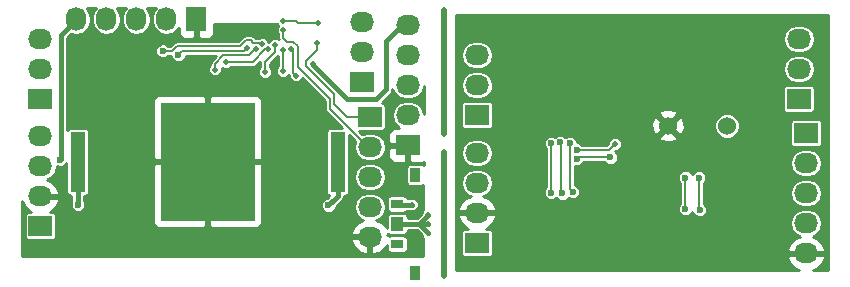
<source format=gbr>
G04 #@! TF.FileFunction,Copper,L2,Bot,Signal*
%FSLAX46Y46*%
G04 Gerber Fmt 4.6, Leading zero omitted, Abs format (unit mm)*
G04 Created by KiCad (PCBNEW 4.0.2+dfsg1-stable) date Fri 06 Oct 2017 12:43:40 PM EEST*
%MOMM*%
G01*
G04 APERTURE LIST*
%ADD10C,0.100000*%
%ADD11C,1.524000*%
%ADD12R,2.032000X1.727200*%
%ADD13O,2.032000X1.727200*%
%ADD14R,1.727200X2.032000*%
%ADD15O,1.727200X2.032000*%
%ADD16O,0.500000X11.000000*%
%ADD17R,1.270000X5.080000*%
%ADD18R,8.000000X10.000000*%
%ADD19R,1.100000X0.800000*%
%ADD20R,1.100000X1.200000*%
%ADD21R,0.900000X1.200000*%
%ADD22C,0.500000*%
%ADD23C,0.600000*%
%ADD24C,0.400000*%
%ADD25C,0.200000*%
%ADD26C,0.254000*%
G04 APERTURE END LIST*
D10*
D11*
X146725000Y-67310000D03*
X151725000Y-67310000D03*
D12*
X93599000Y-65024000D03*
D13*
X93599000Y-62484000D03*
X93599000Y-59944000D03*
D12*
X93599000Y-75819000D03*
D13*
X93599000Y-73279000D03*
X93599000Y-70739000D03*
X93599000Y-68199000D03*
D14*
X106807000Y-58293000D03*
D15*
X104267000Y-58293000D03*
X101727000Y-58293000D03*
X99187000Y-58293000D03*
X96647000Y-58293000D03*
D12*
X124714000Y-68961000D03*
D13*
X124714000Y-66421000D03*
X124714000Y-63881000D03*
X124714000Y-61341000D03*
X124714000Y-58801000D03*
D12*
X120840500Y-63627000D03*
D13*
X120840500Y-61087000D03*
X120840500Y-58547000D03*
D12*
X157797500Y-65024000D03*
D13*
X157797500Y-62484000D03*
X157797500Y-59944000D03*
D12*
X130556000Y-66421000D03*
D13*
X130556000Y-63881000D03*
X130556000Y-61341000D03*
D12*
X130556000Y-77216000D03*
D13*
X130556000Y-74676000D03*
X130556000Y-72136000D03*
X130556000Y-69596000D03*
D12*
X121475500Y-66548000D03*
D13*
X121475500Y-69088000D03*
X121475500Y-71628000D03*
X121475500Y-74168000D03*
X121475500Y-76708000D03*
D12*
X158432500Y-67945000D03*
D13*
X158432500Y-70485000D03*
X158432500Y-73025000D03*
X158432500Y-75565000D03*
X158432500Y-78105000D03*
D16*
X127762000Y-62738000D03*
X127762000Y-74803000D03*
D17*
X118757700Y-70358000D03*
X96761300Y-70358000D03*
D18*
X107759500Y-70358000D03*
D19*
X123799000Y-73928500D03*
D20*
X123799000Y-75628500D03*
D21*
X125349000Y-71478500D03*
X125349000Y-79778500D03*
D19*
X123799000Y-77328500D03*
D22*
X114681000Y-63627000D03*
X115506500Y-64325500D03*
X113496000Y-66844000D03*
X112627500Y-66971000D03*
D23*
X109664500Y-76581000D03*
D22*
X112966500Y-58991500D03*
X107696000Y-62357000D03*
X142240000Y-68834000D03*
D23*
X139001500Y-69342000D03*
X139001500Y-70104000D03*
X141859000Y-69977000D03*
X96774000Y-73977500D03*
X117983000Y-74041000D03*
D22*
X125095000Y-73977500D03*
X113474500Y-60452000D03*
X112585500Y-62738000D03*
D23*
X95250000Y-70167500D03*
D22*
X126428500Y-76390500D03*
X126428500Y-74866500D03*
X126428500Y-75628500D03*
X116649500Y-62039500D03*
X109283500Y-61912500D03*
X112903000Y-60833000D03*
D23*
X136842500Y-72961500D03*
X136842500Y-68770500D03*
X137604500Y-68707000D03*
X137795000Y-73024996D03*
X138684000Y-72898000D03*
X138429998Y-68770500D03*
D22*
X117094000Y-58610500D03*
X114173000Y-58420000D03*
D23*
X105283000Y-61277500D03*
D22*
X111125000Y-60706000D03*
D23*
X103949500Y-60960000D03*
D22*
X112331500Y-60388500D03*
X115252500Y-63055500D03*
X114808000Y-60769500D03*
X114109500Y-60896500D03*
X114109500Y-62674500D03*
X114173000Y-59182000D03*
X117030500Y-60325000D03*
D23*
X149415500Y-74422000D03*
X149352000Y-71691500D03*
X148209000Y-74358500D03*
X148209000Y-71691500D03*
D22*
X142684500Y-69532500D03*
D23*
X143446500Y-64643000D03*
X146494500Y-70358000D03*
X142621000Y-72517000D03*
D22*
X108394500Y-62547500D03*
X111823500Y-60833000D03*
D24*
X115506500Y-64325500D02*
X114808000Y-63627000D01*
X114808000Y-63627000D02*
X114681000Y-63627000D01*
X113496000Y-66844000D02*
X112754500Y-66844000D01*
X112754500Y-66844000D02*
X112627500Y-66971000D01*
X112627500Y-66971000D02*
X113369000Y-66971000D01*
X113369000Y-66971000D02*
X113411000Y-66929000D01*
D25*
X142240000Y-68834000D02*
X141732000Y-69342000D01*
X141732000Y-69342000D02*
X139425764Y-69342000D01*
X139425764Y-69342000D02*
X139001500Y-69342000D01*
X139128500Y-69977000D02*
X139001500Y-70104000D01*
X141859000Y-69977000D02*
X139128500Y-69977000D01*
D24*
X118757700Y-73266300D02*
X118757700Y-70358000D01*
X96774000Y-73977500D02*
X96736445Y-73939945D01*
X96736445Y-73939945D02*
X96736445Y-68694845D01*
X118757700Y-73266300D02*
X117983000Y-74041000D01*
X117983000Y-74041000D02*
X118554500Y-73469500D01*
X125095000Y-73977500D02*
X123848000Y-73977500D01*
X123848000Y-73977500D02*
X123799000Y-73928500D01*
D25*
X113474500Y-60452000D02*
X113474500Y-61023500D01*
X113474500Y-61023500D02*
X112585500Y-61912500D01*
X112585500Y-61912500D02*
X112585500Y-62738000D01*
D24*
X124714000Y-58801000D02*
X124206000Y-58801000D01*
X124206000Y-58801000D02*
X122872848Y-60134152D01*
X122872848Y-60134152D02*
X122872848Y-64216746D01*
X122872848Y-64216746D02*
X122047610Y-65041984D01*
X116649500Y-62139158D02*
X116649500Y-62039500D01*
X122047610Y-65041984D02*
X119552326Y-65041984D01*
X119552326Y-65041984D02*
X116649500Y-62139158D01*
X95250000Y-70167500D02*
X95313500Y-70104000D01*
X95313500Y-70104000D02*
X95313500Y-59626500D01*
X95313500Y-59626500D02*
X96647000Y-58293000D01*
X125666500Y-75628500D02*
X126428500Y-76390500D01*
X125603000Y-75628500D02*
X126428500Y-75628500D01*
X123799000Y-75628500D02*
X125603000Y-75628500D01*
X125603000Y-75628500D02*
X125666500Y-75628500D01*
X125666500Y-75628500D02*
X126428500Y-74866500D01*
X124714000Y-58801000D02*
X124561600Y-58801000D01*
D25*
X109283500Y-61912500D02*
X111569500Y-61912500D01*
X111569500Y-61912500D02*
X112649000Y-60833000D01*
X112649000Y-60833000D02*
X112903000Y-60833000D01*
X136842500Y-68770500D02*
X136842500Y-72961500D01*
X137604500Y-68707000D02*
X137667996Y-68770496D01*
X137667996Y-68770496D02*
X137667996Y-72897992D01*
X137667996Y-72897992D02*
X137795000Y-73024996D01*
X138684000Y-72898000D02*
X138429998Y-72643998D01*
X138429998Y-72643998D02*
X138429998Y-68770500D01*
X117094000Y-58610500D02*
X115443000Y-58610500D01*
X115443000Y-58610500D02*
X115252500Y-58420000D01*
X115252500Y-58420000D02*
X114173000Y-58420000D01*
X105283000Y-61277500D02*
X105600500Y-60960000D01*
X105600500Y-60960000D02*
X110871000Y-60960000D01*
X110871000Y-60960000D02*
X111125000Y-60706000D01*
X103949500Y-60960000D02*
X104775000Y-60960000D01*
X104775000Y-60960000D02*
X105156000Y-60579000D01*
X111442500Y-60071000D02*
X111633000Y-60261500D01*
X105156000Y-60579000D02*
X110490000Y-60579000D01*
X110490000Y-60579000D02*
X110998000Y-60071000D01*
X112204500Y-60261500D02*
X112331500Y-60388500D01*
X110998000Y-60071000D02*
X111442500Y-60071000D01*
X111633000Y-60261500D02*
X112204500Y-60261500D01*
X115252500Y-63055500D02*
X114998500Y-62801500D01*
X114998500Y-62801500D02*
X114998500Y-60960000D01*
X114998500Y-60960000D02*
X114808000Y-60769500D01*
X114109500Y-60896500D02*
X114109500Y-62674500D01*
X114173000Y-59182000D02*
X114173000Y-59880500D01*
X114173000Y-59880500D02*
X114490500Y-60198000D01*
X114490500Y-60198000D02*
X114998500Y-60198000D01*
X114998500Y-60198000D02*
X115379500Y-60579000D01*
X115379500Y-60579000D02*
X115379500Y-62293500D01*
X115379500Y-62293500D02*
X118110000Y-65024000D01*
X118110000Y-65024000D02*
X118110000Y-65874900D01*
X118110000Y-65874900D02*
X121323100Y-69088000D01*
X121323100Y-69088000D02*
X121475500Y-69088000D01*
X117030500Y-60325000D02*
X117030500Y-60896500D01*
X117030500Y-60896500D02*
X116078000Y-61849000D01*
X116078000Y-61849000D02*
X116078000Y-62230000D01*
X116078000Y-62230000D02*
X118491000Y-64643000D01*
X118491000Y-64643000D02*
X118491000Y-65468500D01*
X118491000Y-65468500D02*
X119570500Y-66548000D01*
X119570500Y-66548000D02*
X121475500Y-66548000D01*
X117030500Y-60325000D02*
X117030500Y-60325008D01*
X117030500Y-60325008D02*
X116967008Y-60388500D01*
X149352000Y-71691500D02*
X149352000Y-74358500D01*
X149352000Y-74358500D02*
X149415500Y-74422000D01*
X148209000Y-71691500D02*
X148209000Y-74358500D01*
X108394500Y-62547500D02*
X108394500Y-62039500D01*
X108394500Y-62039500D02*
X109093000Y-61341000D01*
X109093000Y-61341000D02*
X111252000Y-61341000D01*
X111252000Y-61341000D02*
X111760000Y-60833000D01*
X111760000Y-60833000D02*
X111823500Y-60833000D01*
D26*
G36*
X98087029Y-57658666D02*
X97996400Y-58114289D01*
X97996400Y-58471711D01*
X98087029Y-58927334D01*
X98345119Y-59313592D01*
X98731377Y-59571682D01*
X99187000Y-59662311D01*
X99642623Y-59571682D01*
X100028881Y-59313592D01*
X100286971Y-58927334D01*
X100377600Y-58471711D01*
X100377600Y-58114289D01*
X100286971Y-57658666D01*
X100074379Y-57340500D01*
X100839621Y-57340500D01*
X100627029Y-57658666D01*
X100536400Y-58114289D01*
X100536400Y-58471711D01*
X100627029Y-58927334D01*
X100885119Y-59313592D01*
X101271377Y-59571682D01*
X101727000Y-59662311D01*
X102182623Y-59571682D01*
X102568881Y-59313592D01*
X102826971Y-58927334D01*
X102917600Y-58471711D01*
X102917600Y-58114289D01*
X102826971Y-57658666D01*
X102614379Y-57340500D01*
X103379621Y-57340500D01*
X103167029Y-57658666D01*
X103076400Y-58114289D01*
X103076400Y-58471711D01*
X103167029Y-58927334D01*
X103425119Y-59313592D01*
X103811377Y-59571682D01*
X104267000Y-59662311D01*
X104722623Y-59571682D01*
X105108881Y-59313592D01*
X105308400Y-59014991D01*
X105308400Y-59435310D01*
X105405073Y-59668699D01*
X105583702Y-59847327D01*
X105817091Y-59944000D01*
X106521250Y-59944000D01*
X106680000Y-59785250D01*
X106680000Y-58420000D01*
X106660000Y-58420000D01*
X106660000Y-58166000D01*
X106680000Y-58166000D01*
X106680000Y-58146000D01*
X106934000Y-58146000D01*
X106934000Y-58166000D01*
X106954000Y-58166000D01*
X106954000Y-58420000D01*
X106934000Y-58420000D01*
X106934000Y-59785250D01*
X107092750Y-59944000D01*
X107796909Y-59944000D01*
X108030298Y-59847327D01*
X108208927Y-59668699D01*
X108305600Y-59435310D01*
X108305600Y-58674000D01*
X113653636Y-58674000D01*
X113683558Y-58746417D01*
X113737999Y-58800953D01*
X113684129Y-58854729D01*
X113596100Y-59066724D01*
X113595900Y-59296269D01*
X113683558Y-59508417D01*
X113746000Y-59570968D01*
X113746000Y-59880495D01*
X113745999Y-59880500D01*
X113758894Y-59945325D01*
X113589776Y-59875100D01*
X113360231Y-59874900D01*
X113148083Y-59962558D01*
X112985629Y-60124729D01*
X112931110Y-60256024D01*
X112901066Y-60255998D01*
X112820942Y-60062083D01*
X112658771Y-59899629D01*
X112446776Y-59811600D01*
X112217231Y-59811400D01*
X112161325Y-59834500D01*
X111809870Y-59834500D01*
X111744435Y-59769065D01*
X111605906Y-59676503D01*
X111442500Y-59643999D01*
X111442495Y-59644000D01*
X110998000Y-59644000D01*
X110834594Y-59676503D01*
X110696065Y-59769065D01*
X110696063Y-59769068D01*
X110313130Y-60152000D01*
X105156000Y-60152000D01*
X104992594Y-60184503D01*
X104854065Y-60277065D01*
X104854063Y-60277068D01*
X104598130Y-60533000D01*
X104409184Y-60533000D01*
X104305131Y-60428765D01*
X104074765Y-60333109D01*
X103825329Y-60332891D01*
X103594797Y-60428145D01*
X103418265Y-60604369D01*
X103322609Y-60834735D01*
X103322391Y-61084171D01*
X103417645Y-61314703D01*
X103593869Y-61491235D01*
X103824235Y-61586891D01*
X104073671Y-61587109D01*
X104304203Y-61491855D01*
X104409241Y-61387000D01*
X104655904Y-61387000D01*
X104655891Y-61401671D01*
X104751145Y-61632203D01*
X104927369Y-61808735D01*
X105157735Y-61904391D01*
X105407171Y-61904609D01*
X105637703Y-61809355D01*
X105814235Y-61633131D01*
X105909891Y-61402765D01*
X105909905Y-61387000D01*
X108443131Y-61387000D01*
X108092565Y-61737565D01*
X108000003Y-61876094D01*
X107967499Y-62039500D01*
X107967500Y-62039505D01*
X107967500Y-62158466D01*
X107905629Y-62220229D01*
X107817600Y-62432224D01*
X107817400Y-62661769D01*
X107905058Y-62873917D01*
X108067229Y-63036371D01*
X108279224Y-63124400D01*
X108508769Y-63124600D01*
X108720917Y-63036942D01*
X108883371Y-62874771D01*
X108971400Y-62662776D01*
X108971600Y-62433231D01*
X108958893Y-62402477D01*
X109168224Y-62489400D01*
X109397769Y-62489600D01*
X109609917Y-62401942D01*
X109672468Y-62339500D01*
X111569495Y-62339500D01*
X111569500Y-62339501D01*
X111732906Y-62306997D01*
X111871435Y-62214435D01*
X112158500Y-61927370D01*
X112158500Y-62348966D01*
X112096629Y-62410729D01*
X112008600Y-62622724D01*
X112008400Y-62852269D01*
X112096058Y-63064417D01*
X112258229Y-63226871D01*
X112470224Y-63314900D01*
X112699769Y-63315100D01*
X112911917Y-63227442D01*
X113074371Y-63065271D01*
X113162400Y-62853276D01*
X113162600Y-62623731D01*
X113074942Y-62411583D01*
X113012500Y-62349032D01*
X113012500Y-62089370D01*
X113682500Y-61419369D01*
X113682500Y-62285466D01*
X113620629Y-62347229D01*
X113532600Y-62559224D01*
X113532400Y-62788769D01*
X113620058Y-63000917D01*
X113782229Y-63163371D01*
X113994224Y-63251400D01*
X114223769Y-63251600D01*
X114435917Y-63163942D01*
X114598371Y-63001771D01*
X114609970Y-62973837D01*
X114675485Y-63071887D01*
X114675400Y-63169769D01*
X114763058Y-63381917D01*
X114925229Y-63544371D01*
X115137224Y-63632400D01*
X115366769Y-63632600D01*
X115578917Y-63544942D01*
X115741371Y-63382771D01*
X115777616Y-63295486D01*
X117683000Y-65200870D01*
X117683000Y-65874895D01*
X117682999Y-65874900D01*
X117715503Y-66038306D01*
X117808065Y-66176835D01*
X119115824Y-67484594D01*
X118122700Y-67484594D01*
X118001521Y-67507395D01*
X117890226Y-67579012D01*
X117815562Y-67688286D01*
X117789294Y-67818000D01*
X117789294Y-72898000D01*
X117812095Y-73019179D01*
X117883712Y-73130474D01*
X117992986Y-73205138D01*
X118060001Y-73218709D01*
X117864814Y-73413896D01*
X117858829Y-73413891D01*
X117628297Y-73509145D01*
X117451765Y-73685369D01*
X117356109Y-73915735D01*
X117355891Y-74165171D01*
X117451145Y-74395703D01*
X117627369Y-74572235D01*
X117857735Y-74667891D01*
X118107171Y-74668109D01*
X118337703Y-74572855D01*
X118514235Y-74396631D01*
X118609891Y-74166265D01*
X118609897Y-74159393D01*
X119130345Y-73638945D01*
X119244585Y-73467975D01*
X119272801Y-73326119D01*
X119284700Y-73266300D01*
X119284700Y-73231406D01*
X119392700Y-73231406D01*
X119513879Y-73208605D01*
X119625174Y-73136988D01*
X119699838Y-73027714D01*
X119726106Y-72898000D01*
X119726106Y-71628000D01*
X120106189Y-71628000D01*
X120196818Y-72083623D01*
X120454908Y-72469881D01*
X120841166Y-72727971D01*
X121296789Y-72818600D01*
X121654211Y-72818600D01*
X122109834Y-72727971D01*
X122496092Y-72469881D01*
X122754182Y-72083623D01*
X122844811Y-71628000D01*
X122754182Y-71172377D01*
X122496092Y-70786119D01*
X122109834Y-70528029D01*
X121654211Y-70437400D01*
X121296789Y-70437400D01*
X120841166Y-70528029D01*
X120454908Y-70786119D01*
X120196818Y-71172377D01*
X120106189Y-71628000D01*
X119726106Y-71628000D01*
X119726106Y-68094875D01*
X120223570Y-68592340D01*
X120196818Y-68632377D01*
X120106189Y-69088000D01*
X120196818Y-69543623D01*
X120454908Y-69929881D01*
X120841166Y-70187971D01*
X121296789Y-70278600D01*
X121654211Y-70278600D01*
X122109834Y-70187971D01*
X122496092Y-69929881D01*
X122754182Y-69543623D01*
X122813233Y-69246750D01*
X123063000Y-69246750D01*
X123063000Y-69950909D01*
X123159673Y-70184298D01*
X123338301Y-70362927D01*
X123571690Y-70459600D01*
X124428250Y-70459600D01*
X124587000Y-70300850D01*
X124587000Y-69088000D01*
X123221750Y-69088000D01*
X123063000Y-69246750D01*
X122813233Y-69246750D01*
X122844811Y-69088000D01*
X122754182Y-68632377D01*
X122496092Y-68246119D01*
X122109834Y-67988029D01*
X121654211Y-67897400D01*
X121296789Y-67897400D01*
X120841166Y-67988029D01*
X120832673Y-67993704D01*
X120583975Y-67745006D01*
X122491500Y-67745006D01*
X122612679Y-67722205D01*
X122723974Y-67650588D01*
X122798638Y-67541314D01*
X122824906Y-67411600D01*
X122824906Y-65684400D01*
X122802105Y-65563221D01*
X122730488Y-65451926D01*
X122621214Y-65377262D01*
X122491500Y-65350994D01*
X122483890Y-65350994D01*
X123245493Y-64589391D01*
X123359733Y-64418420D01*
X123399848Y-64216746D01*
X123399848Y-64158303D01*
X123435318Y-64336623D01*
X123693408Y-64722881D01*
X124079666Y-64980971D01*
X124535289Y-65071600D01*
X124892711Y-65071600D01*
X125348334Y-64980971D01*
X125734592Y-64722881D01*
X125992682Y-64336623D01*
X126076815Y-63913655D01*
X126061542Y-66311561D01*
X125992682Y-65965377D01*
X125734592Y-65579119D01*
X125348334Y-65321029D01*
X124892711Y-65230400D01*
X124535289Y-65230400D01*
X124079666Y-65321029D01*
X123693408Y-65579119D01*
X123435318Y-65965377D01*
X123344689Y-66421000D01*
X123435318Y-66876623D01*
X123693408Y-67262881D01*
X123992009Y-67462400D01*
X123571690Y-67462400D01*
X123338301Y-67559073D01*
X123159673Y-67737702D01*
X123063000Y-67971091D01*
X123063000Y-68675250D01*
X123221750Y-68834000D01*
X124587000Y-68834000D01*
X124587000Y-68814000D01*
X124841000Y-68814000D01*
X124841000Y-68834000D01*
X124861000Y-68834000D01*
X124861000Y-69088000D01*
X124841000Y-69088000D01*
X124841000Y-70300850D01*
X124999750Y-70459600D01*
X125856310Y-70459600D01*
X126035595Y-70385338D01*
X126033952Y-70643268D01*
X125928714Y-70571362D01*
X125799000Y-70545094D01*
X124899000Y-70545094D01*
X124777821Y-70567895D01*
X124666526Y-70639512D01*
X124591862Y-70748786D01*
X124565594Y-70878500D01*
X124565594Y-72078500D01*
X124588395Y-72199679D01*
X124660012Y-72310974D01*
X124769286Y-72385638D01*
X124899000Y-72411906D01*
X125799000Y-72411906D01*
X125920179Y-72389105D01*
X126023254Y-72322777D01*
X126009582Y-74469398D01*
X125939629Y-74539229D01*
X125889317Y-74660393D01*
X125448210Y-75101500D01*
X124682406Y-75101500D01*
X124682406Y-75028500D01*
X124659605Y-74907321D01*
X124587988Y-74796026D01*
X124478714Y-74721362D01*
X124349000Y-74695094D01*
X123249000Y-74695094D01*
X123127821Y-74717895D01*
X123016526Y-74789512D01*
X122941862Y-74898786D01*
X122915594Y-75028500D01*
X122915594Y-75991476D01*
X122826232Y-75805964D01*
X122389820Y-75416046D01*
X122018461Y-75286146D01*
X122109834Y-75267971D01*
X122496092Y-75009881D01*
X122754182Y-74623623D01*
X122844811Y-74168000D01*
X122754182Y-73712377D01*
X122631320Y-73528500D01*
X122915594Y-73528500D01*
X122915594Y-74328500D01*
X122938395Y-74449679D01*
X123010012Y-74560974D01*
X123119286Y-74635638D01*
X123249000Y-74661906D01*
X124349000Y-74661906D01*
X124470179Y-74639105D01*
X124581474Y-74567488D01*
X124624512Y-74504500D01*
X124859553Y-74504500D01*
X124979724Y-74554400D01*
X125209269Y-74554600D01*
X125421417Y-74466942D01*
X125583871Y-74304771D01*
X125671900Y-74092776D01*
X125672100Y-73863231D01*
X125584442Y-73651083D01*
X125422271Y-73488629D01*
X125210276Y-73400600D01*
X124980731Y-73400400D01*
X124859480Y-73450500D01*
X124667730Y-73450500D01*
X124659605Y-73407321D01*
X124587988Y-73296026D01*
X124478714Y-73221362D01*
X124349000Y-73195094D01*
X123249000Y-73195094D01*
X123127821Y-73217895D01*
X123016526Y-73289512D01*
X122941862Y-73398786D01*
X122915594Y-73528500D01*
X122631320Y-73528500D01*
X122496092Y-73326119D01*
X122109834Y-73068029D01*
X121654211Y-72977400D01*
X121296789Y-72977400D01*
X120841166Y-73068029D01*
X120454908Y-73326119D01*
X120196818Y-73712377D01*
X120106189Y-74168000D01*
X120196818Y-74623623D01*
X120454908Y-75009881D01*
X120841166Y-75267971D01*
X120932539Y-75286146D01*
X120561180Y-75416046D01*
X120124768Y-75805964D01*
X119870791Y-76333209D01*
X119868142Y-76348974D01*
X119989283Y-76581000D01*
X121348500Y-76581000D01*
X121348500Y-76561000D01*
X121602500Y-76561000D01*
X121602500Y-76581000D01*
X121622500Y-76581000D01*
X121622500Y-76835000D01*
X121602500Y-76835000D01*
X121602500Y-78048924D01*
X121837413Y-78193184D01*
X122389820Y-77999954D01*
X122826232Y-77610036D01*
X122915594Y-77424524D01*
X122915594Y-77728500D01*
X122938395Y-77849679D01*
X123010012Y-77960974D01*
X123119286Y-78035638D01*
X123249000Y-78061906D01*
X124349000Y-78061906D01*
X124470179Y-78039105D01*
X124581474Y-77967488D01*
X124656138Y-77858214D01*
X124682406Y-77728500D01*
X124682406Y-76928500D01*
X124659605Y-76807321D01*
X124587988Y-76696026D01*
X124478714Y-76621362D01*
X124349000Y-76595094D01*
X123249000Y-76595094D01*
X123127821Y-76617895D01*
X123126500Y-76618745D01*
X123126500Y-76580998D01*
X122961718Y-76580998D01*
X123020604Y-76468211D01*
X123119286Y-76535638D01*
X123249000Y-76561906D01*
X124349000Y-76561906D01*
X124470179Y-76539105D01*
X124581474Y-76467488D01*
X124656138Y-76358214D01*
X124682406Y-76228500D01*
X124682406Y-76155500D01*
X125448210Y-76155500D01*
X125889368Y-76596658D01*
X125939058Y-76716917D01*
X125994910Y-76772866D01*
X125984807Y-78359000D01*
X92011500Y-78359000D01*
X92011500Y-77067026D01*
X119868142Y-77067026D01*
X119870791Y-77082791D01*
X120124768Y-77610036D01*
X120561180Y-77999954D01*
X121113587Y-78193184D01*
X121348500Y-78048924D01*
X121348500Y-76835000D01*
X119989283Y-76835000D01*
X119868142Y-77067026D01*
X92011500Y-77067026D01*
X92011500Y-73689516D01*
X92248268Y-74181036D01*
X92684680Y-74570954D01*
X92830593Y-74621994D01*
X92583000Y-74621994D01*
X92461821Y-74644795D01*
X92350526Y-74716412D01*
X92275862Y-74825686D01*
X92249594Y-74955400D01*
X92249594Y-76682600D01*
X92272395Y-76803779D01*
X92344012Y-76915074D01*
X92453286Y-76989738D01*
X92583000Y-77016006D01*
X94615000Y-77016006D01*
X94736179Y-76993205D01*
X94847474Y-76921588D01*
X94922138Y-76812314D01*
X94948406Y-76682600D01*
X94948406Y-74955400D01*
X94925605Y-74834221D01*
X94853988Y-74722926D01*
X94744714Y-74648262D01*
X94615000Y-74621994D01*
X94367407Y-74621994D01*
X94513320Y-74570954D01*
X94949732Y-74181036D01*
X95203709Y-73653791D01*
X95206358Y-73638026D01*
X95085217Y-73406000D01*
X93726000Y-73406000D01*
X93726000Y-73426000D01*
X93472000Y-73426000D01*
X93472000Y-73406000D01*
X93452000Y-73406000D01*
X93452000Y-73152000D01*
X93472000Y-73152000D01*
X93472000Y-73132000D01*
X93726000Y-73132000D01*
X93726000Y-73152000D01*
X95085217Y-73152000D01*
X95206358Y-72919974D01*
X95203709Y-72904209D01*
X94949732Y-72376964D01*
X94513320Y-71987046D01*
X94141961Y-71857146D01*
X94233334Y-71838971D01*
X94619592Y-71580881D01*
X94877682Y-71194623D01*
X94968311Y-70739000D01*
X94966238Y-70728577D01*
X95124735Y-70794391D01*
X95374171Y-70794609D01*
X95604703Y-70699355D01*
X95781235Y-70523131D01*
X95792894Y-70495053D01*
X95792894Y-72898000D01*
X95815695Y-73019179D01*
X95887312Y-73130474D01*
X95996586Y-73205138D01*
X96126300Y-73231406D01*
X96209445Y-73231406D01*
X96209445Y-73702113D01*
X96147109Y-73852235D01*
X96146891Y-74101671D01*
X96242145Y-74332203D01*
X96418369Y-74508735D01*
X96648735Y-74604391D01*
X96898171Y-74604609D01*
X97128703Y-74509355D01*
X97305235Y-74333131D01*
X97400891Y-74102765D01*
X97401109Y-73853329D01*
X97305855Y-73622797D01*
X97263445Y-73580313D01*
X97263445Y-73231406D01*
X97396300Y-73231406D01*
X97517479Y-73208605D01*
X97628774Y-73136988D01*
X97703438Y-73027714D01*
X97729706Y-72898000D01*
X97729706Y-70643750D01*
X103124500Y-70643750D01*
X103124500Y-75484310D01*
X103221173Y-75717699D01*
X103399802Y-75896327D01*
X103633191Y-75993000D01*
X107473750Y-75993000D01*
X107632500Y-75834250D01*
X107632500Y-70485000D01*
X107886500Y-70485000D01*
X107886500Y-75834250D01*
X108045250Y-75993000D01*
X111885809Y-75993000D01*
X112119198Y-75896327D01*
X112297827Y-75717699D01*
X112394500Y-75484310D01*
X112394500Y-70643750D01*
X112235750Y-70485000D01*
X107886500Y-70485000D01*
X107632500Y-70485000D01*
X103283250Y-70485000D01*
X103124500Y-70643750D01*
X97729706Y-70643750D01*
X97729706Y-67818000D01*
X97706905Y-67696821D01*
X97635288Y-67585526D01*
X97526014Y-67510862D01*
X97396300Y-67484594D01*
X96126300Y-67484594D01*
X96005121Y-67507395D01*
X95893826Y-67579012D01*
X95840500Y-67657057D01*
X95840500Y-65231690D01*
X103124500Y-65231690D01*
X103124500Y-70072250D01*
X103283250Y-70231000D01*
X107632500Y-70231000D01*
X107632500Y-64881750D01*
X107886500Y-64881750D01*
X107886500Y-70231000D01*
X112235750Y-70231000D01*
X112394500Y-70072250D01*
X112394500Y-65231690D01*
X112297827Y-64998301D01*
X112119198Y-64819673D01*
X111885809Y-64723000D01*
X108045250Y-64723000D01*
X107886500Y-64881750D01*
X107632500Y-64881750D01*
X107473750Y-64723000D01*
X103633191Y-64723000D01*
X103399802Y-64819673D01*
X103221173Y-64998301D01*
X103124500Y-65231690D01*
X95840500Y-65231690D01*
X95840500Y-59844790D01*
X96144758Y-59540532D01*
X96191377Y-59571682D01*
X96647000Y-59662311D01*
X97102623Y-59571682D01*
X97488881Y-59313592D01*
X97746971Y-58927334D01*
X97837600Y-58471711D01*
X97837600Y-58114289D01*
X97746971Y-57658666D01*
X97534379Y-57340500D01*
X98299621Y-57340500D01*
X98087029Y-57658666D01*
X98087029Y-57658666D01*
G37*
X98087029Y-57658666D02*
X97996400Y-58114289D01*
X97996400Y-58471711D01*
X98087029Y-58927334D01*
X98345119Y-59313592D01*
X98731377Y-59571682D01*
X99187000Y-59662311D01*
X99642623Y-59571682D01*
X100028881Y-59313592D01*
X100286971Y-58927334D01*
X100377600Y-58471711D01*
X100377600Y-58114289D01*
X100286971Y-57658666D01*
X100074379Y-57340500D01*
X100839621Y-57340500D01*
X100627029Y-57658666D01*
X100536400Y-58114289D01*
X100536400Y-58471711D01*
X100627029Y-58927334D01*
X100885119Y-59313592D01*
X101271377Y-59571682D01*
X101727000Y-59662311D01*
X102182623Y-59571682D01*
X102568881Y-59313592D01*
X102826971Y-58927334D01*
X102917600Y-58471711D01*
X102917600Y-58114289D01*
X102826971Y-57658666D01*
X102614379Y-57340500D01*
X103379621Y-57340500D01*
X103167029Y-57658666D01*
X103076400Y-58114289D01*
X103076400Y-58471711D01*
X103167029Y-58927334D01*
X103425119Y-59313592D01*
X103811377Y-59571682D01*
X104267000Y-59662311D01*
X104722623Y-59571682D01*
X105108881Y-59313592D01*
X105308400Y-59014991D01*
X105308400Y-59435310D01*
X105405073Y-59668699D01*
X105583702Y-59847327D01*
X105817091Y-59944000D01*
X106521250Y-59944000D01*
X106680000Y-59785250D01*
X106680000Y-58420000D01*
X106660000Y-58420000D01*
X106660000Y-58166000D01*
X106680000Y-58166000D01*
X106680000Y-58146000D01*
X106934000Y-58146000D01*
X106934000Y-58166000D01*
X106954000Y-58166000D01*
X106954000Y-58420000D01*
X106934000Y-58420000D01*
X106934000Y-59785250D01*
X107092750Y-59944000D01*
X107796909Y-59944000D01*
X108030298Y-59847327D01*
X108208927Y-59668699D01*
X108305600Y-59435310D01*
X108305600Y-58674000D01*
X113653636Y-58674000D01*
X113683558Y-58746417D01*
X113737999Y-58800953D01*
X113684129Y-58854729D01*
X113596100Y-59066724D01*
X113595900Y-59296269D01*
X113683558Y-59508417D01*
X113746000Y-59570968D01*
X113746000Y-59880495D01*
X113745999Y-59880500D01*
X113758894Y-59945325D01*
X113589776Y-59875100D01*
X113360231Y-59874900D01*
X113148083Y-59962558D01*
X112985629Y-60124729D01*
X112931110Y-60256024D01*
X112901066Y-60255998D01*
X112820942Y-60062083D01*
X112658771Y-59899629D01*
X112446776Y-59811600D01*
X112217231Y-59811400D01*
X112161325Y-59834500D01*
X111809870Y-59834500D01*
X111744435Y-59769065D01*
X111605906Y-59676503D01*
X111442500Y-59643999D01*
X111442495Y-59644000D01*
X110998000Y-59644000D01*
X110834594Y-59676503D01*
X110696065Y-59769065D01*
X110696063Y-59769068D01*
X110313130Y-60152000D01*
X105156000Y-60152000D01*
X104992594Y-60184503D01*
X104854065Y-60277065D01*
X104854063Y-60277068D01*
X104598130Y-60533000D01*
X104409184Y-60533000D01*
X104305131Y-60428765D01*
X104074765Y-60333109D01*
X103825329Y-60332891D01*
X103594797Y-60428145D01*
X103418265Y-60604369D01*
X103322609Y-60834735D01*
X103322391Y-61084171D01*
X103417645Y-61314703D01*
X103593869Y-61491235D01*
X103824235Y-61586891D01*
X104073671Y-61587109D01*
X104304203Y-61491855D01*
X104409241Y-61387000D01*
X104655904Y-61387000D01*
X104655891Y-61401671D01*
X104751145Y-61632203D01*
X104927369Y-61808735D01*
X105157735Y-61904391D01*
X105407171Y-61904609D01*
X105637703Y-61809355D01*
X105814235Y-61633131D01*
X105909891Y-61402765D01*
X105909905Y-61387000D01*
X108443131Y-61387000D01*
X108092565Y-61737565D01*
X108000003Y-61876094D01*
X107967499Y-62039500D01*
X107967500Y-62039505D01*
X107967500Y-62158466D01*
X107905629Y-62220229D01*
X107817600Y-62432224D01*
X107817400Y-62661769D01*
X107905058Y-62873917D01*
X108067229Y-63036371D01*
X108279224Y-63124400D01*
X108508769Y-63124600D01*
X108720917Y-63036942D01*
X108883371Y-62874771D01*
X108971400Y-62662776D01*
X108971600Y-62433231D01*
X108958893Y-62402477D01*
X109168224Y-62489400D01*
X109397769Y-62489600D01*
X109609917Y-62401942D01*
X109672468Y-62339500D01*
X111569495Y-62339500D01*
X111569500Y-62339501D01*
X111732906Y-62306997D01*
X111871435Y-62214435D01*
X112158500Y-61927370D01*
X112158500Y-62348966D01*
X112096629Y-62410729D01*
X112008600Y-62622724D01*
X112008400Y-62852269D01*
X112096058Y-63064417D01*
X112258229Y-63226871D01*
X112470224Y-63314900D01*
X112699769Y-63315100D01*
X112911917Y-63227442D01*
X113074371Y-63065271D01*
X113162400Y-62853276D01*
X113162600Y-62623731D01*
X113074942Y-62411583D01*
X113012500Y-62349032D01*
X113012500Y-62089370D01*
X113682500Y-61419369D01*
X113682500Y-62285466D01*
X113620629Y-62347229D01*
X113532600Y-62559224D01*
X113532400Y-62788769D01*
X113620058Y-63000917D01*
X113782229Y-63163371D01*
X113994224Y-63251400D01*
X114223769Y-63251600D01*
X114435917Y-63163942D01*
X114598371Y-63001771D01*
X114609970Y-62973837D01*
X114675485Y-63071887D01*
X114675400Y-63169769D01*
X114763058Y-63381917D01*
X114925229Y-63544371D01*
X115137224Y-63632400D01*
X115366769Y-63632600D01*
X115578917Y-63544942D01*
X115741371Y-63382771D01*
X115777616Y-63295486D01*
X117683000Y-65200870D01*
X117683000Y-65874895D01*
X117682999Y-65874900D01*
X117715503Y-66038306D01*
X117808065Y-66176835D01*
X119115824Y-67484594D01*
X118122700Y-67484594D01*
X118001521Y-67507395D01*
X117890226Y-67579012D01*
X117815562Y-67688286D01*
X117789294Y-67818000D01*
X117789294Y-72898000D01*
X117812095Y-73019179D01*
X117883712Y-73130474D01*
X117992986Y-73205138D01*
X118060001Y-73218709D01*
X117864814Y-73413896D01*
X117858829Y-73413891D01*
X117628297Y-73509145D01*
X117451765Y-73685369D01*
X117356109Y-73915735D01*
X117355891Y-74165171D01*
X117451145Y-74395703D01*
X117627369Y-74572235D01*
X117857735Y-74667891D01*
X118107171Y-74668109D01*
X118337703Y-74572855D01*
X118514235Y-74396631D01*
X118609891Y-74166265D01*
X118609897Y-74159393D01*
X119130345Y-73638945D01*
X119244585Y-73467975D01*
X119272801Y-73326119D01*
X119284700Y-73266300D01*
X119284700Y-73231406D01*
X119392700Y-73231406D01*
X119513879Y-73208605D01*
X119625174Y-73136988D01*
X119699838Y-73027714D01*
X119726106Y-72898000D01*
X119726106Y-71628000D01*
X120106189Y-71628000D01*
X120196818Y-72083623D01*
X120454908Y-72469881D01*
X120841166Y-72727971D01*
X121296789Y-72818600D01*
X121654211Y-72818600D01*
X122109834Y-72727971D01*
X122496092Y-72469881D01*
X122754182Y-72083623D01*
X122844811Y-71628000D01*
X122754182Y-71172377D01*
X122496092Y-70786119D01*
X122109834Y-70528029D01*
X121654211Y-70437400D01*
X121296789Y-70437400D01*
X120841166Y-70528029D01*
X120454908Y-70786119D01*
X120196818Y-71172377D01*
X120106189Y-71628000D01*
X119726106Y-71628000D01*
X119726106Y-68094875D01*
X120223570Y-68592340D01*
X120196818Y-68632377D01*
X120106189Y-69088000D01*
X120196818Y-69543623D01*
X120454908Y-69929881D01*
X120841166Y-70187971D01*
X121296789Y-70278600D01*
X121654211Y-70278600D01*
X122109834Y-70187971D01*
X122496092Y-69929881D01*
X122754182Y-69543623D01*
X122813233Y-69246750D01*
X123063000Y-69246750D01*
X123063000Y-69950909D01*
X123159673Y-70184298D01*
X123338301Y-70362927D01*
X123571690Y-70459600D01*
X124428250Y-70459600D01*
X124587000Y-70300850D01*
X124587000Y-69088000D01*
X123221750Y-69088000D01*
X123063000Y-69246750D01*
X122813233Y-69246750D01*
X122844811Y-69088000D01*
X122754182Y-68632377D01*
X122496092Y-68246119D01*
X122109834Y-67988029D01*
X121654211Y-67897400D01*
X121296789Y-67897400D01*
X120841166Y-67988029D01*
X120832673Y-67993704D01*
X120583975Y-67745006D01*
X122491500Y-67745006D01*
X122612679Y-67722205D01*
X122723974Y-67650588D01*
X122798638Y-67541314D01*
X122824906Y-67411600D01*
X122824906Y-65684400D01*
X122802105Y-65563221D01*
X122730488Y-65451926D01*
X122621214Y-65377262D01*
X122491500Y-65350994D01*
X122483890Y-65350994D01*
X123245493Y-64589391D01*
X123359733Y-64418420D01*
X123399848Y-64216746D01*
X123399848Y-64158303D01*
X123435318Y-64336623D01*
X123693408Y-64722881D01*
X124079666Y-64980971D01*
X124535289Y-65071600D01*
X124892711Y-65071600D01*
X125348334Y-64980971D01*
X125734592Y-64722881D01*
X125992682Y-64336623D01*
X126076815Y-63913655D01*
X126061542Y-66311561D01*
X125992682Y-65965377D01*
X125734592Y-65579119D01*
X125348334Y-65321029D01*
X124892711Y-65230400D01*
X124535289Y-65230400D01*
X124079666Y-65321029D01*
X123693408Y-65579119D01*
X123435318Y-65965377D01*
X123344689Y-66421000D01*
X123435318Y-66876623D01*
X123693408Y-67262881D01*
X123992009Y-67462400D01*
X123571690Y-67462400D01*
X123338301Y-67559073D01*
X123159673Y-67737702D01*
X123063000Y-67971091D01*
X123063000Y-68675250D01*
X123221750Y-68834000D01*
X124587000Y-68834000D01*
X124587000Y-68814000D01*
X124841000Y-68814000D01*
X124841000Y-68834000D01*
X124861000Y-68834000D01*
X124861000Y-69088000D01*
X124841000Y-69088000D01*
X124841000Y-70300850D01*
X124999750Y-70459600D01*
X125856310Y-70459600D01*
X126035595Y-70385338D01*
X126033952Y-70643268D01*
X125928714Y-70571362D01*
X125799000Y-70545094D01*
X124899000Y-70545094D01*
X124777821Y-70567895D01*
X124666526Y-70639512D01*
X124591862Y-70748786D01*
X124565594Y-70878500D01*
X124565594Y-72078500D01*
X124588395Y-72199679D01*
X124660012Y-72310974D01*
X124769286Y-72385638D01*
X124899000Y-72411906D01*
X125799000Y-72411906D01*
X125920179Y-72389105D01*
X126023254Y-72322777D01*
X126009582Y-74469398D01*
X125939629Y-74539229D01*
X125889317Y-74660393D01*
X125448210Y-75101500D01*
X124682406Y-75101500D01*
X124682406Y-75028500D01*
X124659605Y-74907321D01*
X124587988Y-74796026D01*
X124478714Y-74721362D01*
X124349000Y-74695094D01*
X123249000Y-74695094D01*
X123127821Y-74717895D01*
X123016526Y-74789512D01*
X122941862Y-74898786D01*
X122915594Y-75028500D01*
X122915594Y-75991476D01*
X122826232Y-75805964D01*
X122389820Y-75416046D01*
X122018461Y-75286146D01*
X122109834Y-75267971D01*
X122496092Y-75009881D01*
X122754182Y-74623623D01*
X122844811Y-74168000D01*
X122754182Y-73712377D01*
X122631320Y-73528500D01*
X122915594Y-73528500D01*
X122915594Y-74328500D01*
X122938395Y-74449679D01*
X123010012Y-74560974D01*
X123119286Y-74635638D01*
X123249000Y-74661906D01*
X124349000Y-74661906D01*
X124470179Y-74639105D01*
X124581474Y-74567488D01*
X124624512Y-74504500D01*
X124859553Y-74504500D01*
X124979724Y-74554400D01*
X125209269Y-74554600D01*
X125421417Y-74466942D01*
X125583871Y-74304771D01*
X125671900Y-74092776D01*
X125672100Y-73863231D01*
X125584442Y-73651083D01*
X125422271Y-73488629D01*
X125210276Y-73400600D01*
X124980731Y-73400400D01*
X124859480Y-73450500D01*
X124667730Y-73450500D01*
X124659605Y-73407321D01*
X124587988Y-73296026D01*
X124478714Y-73221362D01*
X124349000Y-73195094D01*
X123249000Y-73195094D01*
X123127821Y-73217895D01*
X123016526Y-73289512D01*
X122941862Y-73398786D01*
X122915594Y-73528500D01*
X122631320Y-73528500D01*
X122496092Y-73326119D01*
X122109834Y-73068029D01*
X121654211Y-72977400D01*
X121296789Y-72977400D01*
X120841166Y-73068029D01*
X120454908Y-73326119D01*
X120196818Y-73712377D01*
X120106189Y-74168000D01*
X120196818Y-74623623D01*
X120454908Y-75009881D01*
X120841166Y-75267971D01*
X120932539Y-75286146D01*
X120561180Y-75416046D01*
X120124768Y-75805964D01*
X119870791Y-76333209D01*
X119868142Y-76348974D01*
X119989283Y-76581000D01*
X121348500Y-76581000D01*
X121348500Y-76561000D01*
X121602500Y-76561000D01*
X121602500Y-76581000D01*
X121622500Y-76581000D01*
X121622500Y-76835000D01*
X121602500Y-76835000D01*
X121602500Y-78048924D01*
X121837413Y-78193184D01*
X122389820Y-77999954D01*
X122826232Y-77610036D01*
X122915594Y-77424524D01*
X122915594Y-77728500D01*
X122938395Y-77849679D01*
X123010012Y-77960974D01*
X123119286Y-78035638D01*
X123249000Y-78061906D01*
X124349000Y-78061906D01*
X124470179Y-78039105D01*
X124581474Y-77967488D01*
X124656138Y-77858214D01*
X124682406Y-77728500D01*
X124682406Y-76928500D01*
X124659605Y-76807321D01*
X124587988Y-76696026D01*
X124478714Y-76621362D01*
X124349000Y-76595094D01*
X123249000Y-76595094D01*
X123127821Y-76617895D01*
X123126500Y-76618745D01*
X123126500Y-76580998D01*
X122961718Y-76580998D01*
X123020604Y-76468211D01*
X123119286Y-76535638D01*
X123249000Y-76561906D01*
X124349000Y-76561906D01*
X124470179Y-76539105D01*
X124581474Y-76467488D01*
X124656138Y-76358214D01*
X124682406Y-76228500D01*
X124682406Y-76155500D01*
X125448210Y-76155500D01*
X125889368Y-76596658D01*
X125939058Y-76716917D01*
X125994910Y-76772866D01*
X125984807Y-78359000D01*
X92011500Y-78359000D01*
X92011500Y-77067026D01*
X119868142Y-77067026D01*
X119870791Y-77082791D01*
X120124768Y-77610036D01*
X120561180Y-77999954D01*
X121113587Y-78193184D01*
X121348500Y-78048924D01*
X121348500Y-76835000D01*
X119989283Y-76835000D01*
X119868142Y-77067026D01*
X92011500Y-77067026D01*
X92011500Y-73689516D01*
X92248268Y-74181036D01*
X92684680Y-74570954D01*
X92830593Y-74621994D01*
X92583000Y-74621994D01*
X92461821Y-74644795D01*
X92350526Y-74716412D01*
X92275862Y-74825686D01*
X92249594Y-74955400D01*
X92249594Y-76682600D01*
X92272395Y-76803779D01*
X92344012Y-76915074D01*
X92453286Y-76989738D01*
X92583000Y-77016006D01*
X94615000Y-77016006D01*
X94736179Y-76993205D01*
X94847474Y-76921588D01*
X94922138Y-76812314D01*
X94948406Y-76682600D01*
X94948406Y-74955400D01*
X94925605Y-74834221D01*
X94853988Y-74722926D01*
X94744714Y-74648262D01*
X94615000Y-74621994D01*
X94367407Y-74621994D01*
X94513320Y-74570954D01*
X94949732Y-74181036D01*
X95203709Y-73653791D01*
X95206358Y-73638026D01*
X95085217Y-73406000D01*
X93726000Y-73406000D01*
X93726000Y-73426000D01*
X93472000Y-73426000D01*
X93472000Y-73406000D01*
X93452000Y-73406000D01*
X93452000Y-73152000D01*
X93472000Y-73152000D01*
X93472000Y-73132000D01*
X93726000Y-73132000D01*
X93726000Y-73152000D01*
X95085217Y-73152000D01*
X95206358Y-72919974D01*
X95203709Y-72904209D01*
X94949732Y-72376964D01*
X94513320Y-71987046D01*
X94141961Y-71857146D01*
X94233334Y-71838971D01*
X94619592Y-71580881D01*
X94877682Y-71194623D01*
X94968311Y-70739000D01*
X94966238Y-70728577D01*
X95124735Y-70794391D01*
X95374171Y-70794609D01*
X95604703Y-70699355D01*
X95781235Y-70523131D01*
X95792894Y-70495053D01*
X95792894Y-72898000D01*
X95815695Y-73019179D01*
X95887312Y-73130474D01*
X95996586Y-73205138D01*
X96126300Y-73231406D01*
X96209445Y-73231406D01*
X96209445Y-73702113D01*
X96147109Y-73852235D01*
X96146891Y-74101671D01*
X96242145Y-74332203D01*
X96418369Y-74508735D01*
X96648735Y-74604391D01*
X96898171Y-74604609D01*
X97128703Y-74509355D01*
X97305235Y-74333131D01*
X97400891Y-74102765D01*
X97401109Y-73853329D01*
X97305855Y-73622797D01*
X97263445Y-73580313D01*
X97263445Y-73231406D01*
X97396300Y-73231406D01*
X97517479Y-73208605D01*
X97628774Y-73136988D01*
X97703438Y-73027714D01*
X97729706Y-72898000D01*
X97729706Y-70643750D01*
X103124500Y-70643750D01*
X103124500Y-75484310D01*
X103221173Y-75717699D01*
X103399802Y-75896327D01*
X103633191Y-75993000D01*
X107473750Y-75993000D01*
X107632500Y-75834250D01*
X107632500Y-70485000D01*
X107886500Y-70485000D01*
X107886500Y-75834250D01*
X108045250Y-75993000D01*
X111885809Y-75993000D01*
X112119198Y-75896327D01*
X112297827Y-75717699D01*
X112394500Y-75484310D01*
X112394500Y-70643750D01*
X112235750Y-70485000D01*
X107886500Y-70485000D01*
X107632500Y-70485000D01*
X103283250Y-70485000D01*
X103124500Y-70643750D01*
X97729706Y-70643750D01*
X97729706Y-67818000D01*
X97706905Y-67696821D01*
X97635288Y-67585526D01*
X97526014Y-67510862D01*
X97396300Y-67484594D01*
X96126300Y-67484594D01*
X96005121Y-67507395D01*
X95893826Y-67579012D01*
X95840500Y-67657057D01*
X95840500Y-65231690D01*
X103124500Y-65231690D01*
X103124500Y-70072250D01*
X103283250Y-70231000D01*
X107632500Y-70231000D01*
X107632500Y-64881750D01*
X107886500Y-64881750D01*
X107886500Y-70231000D01*
X112235750Y-70231000D01*
X112394500Y-70072250D01*
X112394500Y-65231690D01*
X112297827Y-64998301D01*
X112119198Y-64819673D01*
X111885809Y-64723000D01*
X108045250Y-64723000D01*
X107886500Y-64881750D01*
X107632500Y-64881750D01*
X107473750Y-64723000D01*
X103633191Y-64723000D01*
X103399802Y-64819673D01*
X103221173Y-64998301D01*
X103124500Y-65231690D01*
X95840500Y-65231690D01*
X95840500Y-59844790D01*
X96144758Y-59540532D01*
X96191377Y-59571682D01*
X96647000Y-59662311D01*
X97102623Y-59571682D01*
X97488881Y-59313592D01*
X97746971Y-58927334D01*
X97837600Y-58471711D01*
X97837600Y-58114289D01*
X97746971Y-57658666D01*
X97534379Y-57340500D01*
X98299621Y-57340500D01*
X98087029Y-57658666D01*
G36*
X160274000Y-79502000D02*
X159046514Y-79502000D01*
X159346820Y-79396954D01*
X159783232Y-79007036D01*
X160037209Y-78479791D01*
X160039858Y-78464026D01*
X159918717Y-78232000D01*
X158559500Y-78232000D01*
X158559500Y-78252000D01*
X158305500Y-78252000D01*
X158305500Y-78232000D01*
X156946283Y-78232000D01*
X156825142Y-78464026D01*
X156827791Y-78479791D01*
X157081768Y-79007036D01*
X157518180Y-79396954D01*
X157818486Y-79502000D01*
X128778000Y-79502000D01*
X128778000Y-75035026D01*
X128948642Y-75035026D01*
X128951291Y-75050791D01*
X129205268Y-75578036D01*
X129641680Y-75967954D01*
X129787593Y-76018994D01*
X129540000Y-76018994D01*
X129418821Y-76041795D01*
X129307526Y-76113412D01*
X129232862Y-76222686D01*
X129206594Y-76352400D01*
X129206594Y-78079600D01*
X129229395Y-78200779D01*
X129301012Y-78312074D01*
X129410286Y-78386738D01*
X129540000Y-78413006D01*
X131572000Y-78413006D01*
X131693179Y-78390205D01*
X131804474Y-78318588D01*
X131879138Y-78209314D01*
X131905406Y-78079600D01*
X131905406Y-77745974D01*
X156825142Y-77745974D01*
X156946283Y-77978000D01*
X158305500Y-77978000D01*
X158305500Y-77958000D01*
X158559500Y-77958000D01*
X158559500Y-77978000D01*
X159918717Y-77978000D01*
X160039858Y-77745974D01*
X160037209Y-77730209D01*
X159783232Y-77202964D01*
X159346820Y-76813046D01*
X158975461Y-76683146D01*
X159066834Y-76664971D01*
X159453092Y-76406881D01*
X159711182Y-76020623D01*
X159801811Y-75565000D01*
X159711182Y-75109377D01*
X159453092Y-74723119D01*
X159066834Y-74465029D01*
X158611211Y-74374400D01*
X158253789Y-74374400D01*
X157798166Y-74465029D01*
X157411908Y-74723119D01*
X157153818Y-75109377D01*
X157063189Y-75565000D01*
X157153818Y-76020623D01*
X157411908Y-76406881D01*
X157798166Y-76664971D01*
X157889539Y-76683146D01*
X157518180Y-76813046D01*
X157081768Y-77202964D01*
X156827791Y-77730209D01*
X156825142Y-77745974D01*
X131905406Y-77745974D01*
X131905406Y-76352400D01*
X131882605Y-76231221D01*
X131810988Y-76119926D01*
X131701714Y-76045262D01*
X131572000Y-76018994D01*
X131324407Y-76018994D01*
X131470320Y-75967954D01*
X131906732Y-75578036D01*
X132160709Y-75050791D01*
X132163358Y-75035026D01*
X132042217Y-74803000D01*
X130683000Y-74803000D01*
X130683000Y-74823000D01*
X130429000Y-74823000D01*
X130429000Y-74803000D01*
X129069783Y-74803000D01*
X128948642Y-75035026D01*
X128778000Y-75035026D01*
X128778000Y-74316974D01*
X128948642Y-74316974D01*
X129069783Y-74549000D01*
X130429000Y-74549000D01*
X130429000Y-74529000D01*
X130683000Y-74529000D01*
X130683000Y-74549000D01*
X132042217Y-74549000D01*
X132163358Y-74316974D01*
X132160709Y-74301209D01*
X131906732Y-73773964D01*
X131470320Y-73384046D01*
X131098961Y-73254146D01*
X131190334Y-73235971D01*
X131576592Y-72977881D01*
X131834682Y-72591623D01*
X131925311Y-72136000D01*
X131834682Y-71680377D01*
X131576592Y-71294119D01*
X131190334Y-71036029D01*
X130734711Y-70945400D01*
X130377289Y-70945400D01*
X129921666Y-71036029D01*
X129535408Y-71294119D01*
X129277318Y-71680377D01*
X129186689Y-72136000D01*
X129277318Y-72591623D01*
X129535408Y-72977881D01*
X129921666Y-73235971D01*
X130013039Y-73254146D01*
X129641680Y-73384046D01*
X129205268Y-73773964D01*
X128951291Y-74301209D01*
X128948642Y-74316974D01*
X128778000Y-74316974D01*
X128778000Y-69596000D01*
X129186689Y-69596000D01*
X129277318Y-70051623D01*
X129535408Y-70437881D01*
X129921666Y-70695971D01*
X130377289Y-70786600D01*
X130734711Y-70786600D01*
X131190334Y-70695971D01*
X131576592Y-70437881D01*
X131834682Y-70051623D01*
X131925311Y-69596000D01*
X131834682Y-69140377D01*
X131670507Y-68894671D01*
X136215391Y-68894671D01*
X136310645Y-69125203D01*
X136415500Y-69230241D01*
X136415500Y-72501816D01*
X136311265Y-72605869D01*
X136215609Y-72836235D01*
X136215391Y-73085671D01*
X136310645Y-73316203D01*
X136486869Y-73492735D01*
X136717235Y-73588391D01*
X136966671Y-73588609D01*
X137197203Y-73493355D01*
X137287059Y-73403655D01*
X137439369Y-73556231D01*
X137669735Y-73651887D01*
X137919171Y-73652105D01*
X138149703Y-73556851D01*
X138303000Y-73403822D01*
X138328369Y-73429235D01*
X138558735Y-73524891D01*
X138808171Y-73525109D01*
X139038703Y-73429855D01*
X139215235Y-73253631D01*
X139310891Y-73023265D01*
X139311109Y-72773829D01*
X139215855Y-72543297D01*
X139039631Y-72366765D01*
X138856998Y-72290929D01*
X138856998Y-71815671D01*
X147581891Y-71815671D01*
X147677145Y-72046203D01*
X147782000Y-72151241D01*
X147782000Y-73898816D01*
X147677765Y-74002869D01*
X147582109Y-74233235D01*
X147581891Y-74482671D01*
X147677145Y-74713203D01*
X147853369Y-74889735D01*
X148083735Y-74985391D01*
X148333171Y-74985609D01*
X148563703Y-74890355D01*
X148740235Y-74714131D01*
X148799158Y-74572229D01*
X148883645Y-74776703D01*
X149059869Y-74953235D01*
X149290235Y-75048891D01*
X149539671Y-75049109D01*
X149770203Y-74953855D01*
X149946735Y-74777631D01*
X150042391Y-74547265D01*
X150042609Y-74297829D01*
X149947355Y-74067297D01*
X149779000Y-73898648D01*
X149779000Y-73025000D01*
X157063189Y-73025000D01*
X157153818Y-73480623D01*
X157411908Y-73866881D01*
X157798166Y-74124971D01*
X158253789Y-74215600D01*
X158611211Y-74215600D01*
X159066834Y-74124971D01*
X159453092Y-73866881D01*
X159711182Y-73480623D01*
X159801811Y-73025000D01*
X159711182Y-72569377D01*
X159453092Y-72183119D01*
X159066834Y-71925029D01*
X158611211Y-71834400D01*
X158253789Y-71834400D01*
X157798166Y-71925029D01*
X157411908Y-72183119D01*
X157153818Y-72569377D01*
X157063189Y-73025000D01*
X149779000Y-73025000D01*
X149779000Y-72151184D01*
X149883235Y-72047131D01*
X149978891Y-71816765D01*
X149979109Y-71567329D01*
X149883855Y-71336797D01*
X149707631Y-71160265D01*
X149477265Y-71064609D01*
X149227829Y-71064391D01*
X148997297Y-71159645D01*
X148820765Y-71335869D01*
X148780519Y-71432792D01*
X148740855Y-71336797D01*
X148564631Y-71160265D01*
X148334265Y-71064609D01*
X148084829Y-71064391D01*
X147854297Y-71159645D01*
X147677765Y-71335869D01*
X147582109Y-71566235D01*
X147581891Y-71815671D01*
X138856998Y-71815671D01*
X138856998Y-70722903D01*
X138876235Y-70730891D01*
X139125671Y-70731109D01*
X139356203Y-70635855D01*
X139532735Y-70459631D01*
X139555835Y-70404000D01*
X141399316Y-70404000D01*
X141503369Y-70508235D01*
X141733735Y-70603891D01*
X141983171Y-70604109D01*
X142213703Y-70508855D01*
X142237599Y-70485000D01*
X157063189Y-70485000D01*
X157153818Y-70940623D01*
X157411908Y-71326881D01*
X157798166Y-71584971D01*
X158253789Y-71675600D01*
X158611211Y-71675600D01*
X159066834Y-71584971D01*
X159453092Y-71326881D01*
X159711182Y-70940623D01*
X159801811Y-70485000D01*
X159711182Y-70029377D01*
X159453092Y-69643119D01*
X159066834Y-69385029D01*
X158611211Y-69294400D01*
X158253789Y-69294400D01*
X157798166Y-69385029D01*
X157411908Y-69643119D01*
X157153818Y-70029377D01*
X157063189Y-70485000D01*
X142237599Y-70485000D01*
X142390235Y-70332631D01*
X142485891Y-70102265D01*
X142486109Y-69852829D01*
X142390855Y-69622297D01*
X142223360Y-69454509D01*
X142266846Y-69411024D01*
X142354269Y-69411100D01*
X142566417Y-69323442D01*
X142728871Y-69161271D01*
X142816900Y-68949276D01*
X142817100Y-68719731D01*
X142729442Y-68507583D01*
X142567271Y-68345129D01*
X142435021Y-68290213D01*
X145924392Y-68290213D01*
X145993857Y-68532397D01*
X146517302Y-68719144D01*
X147072368Y-68691362D01*
X147456143Y-68532397D01*
X147525608Y-68290213D01*
X146725000Y-67489605D01*
X145924392Y-68290213D01*
X142435021Y-68290213D01*
X142355276Y-68257100D01*
X142125731Y-68256900D01*
X141913583Y-68344558D01*
X141751129Y-68506729D01*
X141663100Y-68718724D01*
X141663023Y-68807107D01*
X141555130Y-68915000D01*
X139461184Y-68915000D01*
X139357131Y-68810765D01*
X139126765Y-68715109D01*
X139057047Y-68715048D01*
X139057107Y-68646329D01*
X138961853Y-68415797D01*
X138785629Y-68239265D01*
X138555263Y-68143609D01*
X138305827Y-68143391D01*
X138075295Y-68238645D01*
X138049052Y-68264842D01*
X137960131Y-68175765D01*
X137729765Y-68080109D01*
X137480329Y-68079891D01*
X137249797Y-68175145D01*
X137189256Y-68235580D01*
X136967765Y-68143609D01*
X136718329Y-68143391D01*
X136487797Y-68238645D01*
X136311265Y-68414869D01*
X136215609Y-68645235D01*
X136215391Y-68894671D01*
X131670507Y-68894671D01*
X131576592Y-68754119D01*
X131190334Y-68496029D01*
X130734711Y-68405400D01*
X130377289Y-68405400D01*
X129921666Y-68496029D01*
X129535408Y-68754119D01*
X129277318Y-69140377D01*
X129186689Y-69596000D01*
X128778000Y-69596000D01*
X128778000Y-65557400D01*
X129206594Y-65557400D01*
X129206594Y-67284600D01*
X129229395Y-67405779D01*
X129301012Y-67517074D01*
X129410286Y-67591738D01*
X129540000Y-67618006D01*
X131572000Y-67618006D01*
X131693179Y-67595205D01*
X131804474Y-67523588D01*
X131879138Y-67414314D01*
X131905406Y-67284600D01*
X131905406Y-67102302D01*
X145315856Y-67102302D01*
X145343638Y-67657368D01*
X145502603Y-68041143D01*
X145744787Y-68110608D01*
X146545395Y-67310000D01*
X146904605Y-67310000D01*
X147705213Y-68110608D01*
X147947397Y-68041143D01*
X148131301Y-67525665D01*
X150635811Y-67525665D01*
X150801252Y-67926063D01*
X151107326Y-68232671D01*
X151507434Y-68398811D01*
X151940665Y-68399189D01*
X152341063Y-68233748D01*
X152647671Y-67927674D01*
X152813811Y-67527566D01*
X152814189Y-67094335D01*
X152808845Y-67081400D01*
X157083094Y-67081400D01*
X157083094Y-68808600D01*
X157105895Y-68929779D01*
X157177512Y-69041074D01*
X157286786Y-69115738D01*
X157416500Y-69142006D01*
X159448500Y-69142006D01*
X159569679Y-69119205D01*
X159680974Y-69047588D01*
X159755638Y-68938314D01*
X159781906Y-68808600D01*
X159781906Y-67081400D01*
X159759105Y-66960221D01*
X159687488Y-66848926D01*
X159578214Y-66774262D01*
X159448500Y-66747994D01*
X157416500Y-66747994D01*
X157295321Y-66770795D01*
X157184026Y-66842412D01*
X157109362Y-66951686D01*
X157083094Y-67081400D01*
X152808845Y-67081400D01*
X152648748Y-66693937D01*
X152342674Y-66387329D01*
X151942566Y-66221189D01*
X151509335Y-66220811D01*
X151108937Y-66386252D01*
X150802329Y-66692326D01*
X150636189Y-67092434D01*
X150635811Y-67525665D01*
X148131301Y-67525665D01*
X148134144Y-67517698D01*
X148106362Y-66962632D01*
X147947397Y-66578857D01*
X147705213Y-66509392D01*
X146904605Y-67310000D01*
X146545395Y-67310000D01*
X145744787Y-66509392D01*
X145502603Y-66578857D01*
X145315856Y-67102302D01*
X131905406Y-67102302D01*
X131905406Y-66329787D01*
X145924392Y-66329787D01*
X146725000Y-67130395D01*
X147525608Y-66329787D01*
X147456143Y-66087603D01*
X146932698Y-65900856D01*
X146377632Y-65928638D01*
X145993857Y-66087603D01*
X145924392Y-66329787D01*
X131905406Y-66329787D01*
X131905406Y-65557400D01*
X131882605Y-65436221D01*
X131810988Y-65324926D01*
X131701714Y-65250262D01*
X131572000Y-65223994D01*
X129540000Y-65223994D01*
X129418821Y-65246795D01*
X129307526Y-65318412D01*
X129232862Y-65427686D01*
X129206594Y-65557400D01*
X128778000Y-65557400D01*
X128778000Y-63881000D01*
X129186689Y-63881000D01*
X129277318Y-64336623D01*
X129535408Y-64722881D01*
X129921666Y-64980971D01*
X130377289Y-65071600D01*
X130734711Y-65071600D01*
X131190334Y-64980971D01*
X131576592Y-64722881D01*
X131834682Y-64336623D01*
X131869734Y-64160400D01*
X156448094Y-64160400D01*
X156448094Y-65887600D01*
X156470895Y-66008779D01*
X156542512Y-66120074D01*
X156651786Y-66194738D01*
X156781500Y-66221006D01*
X158813500Y-66221006D01*
X158934679Y-66198205D01*
X159045974Y-66126588D01*
X159120638Y-66017314D01*
X159146906Y-65887600D01*
X159146906Y-64160400D01*
X159124105Y-64039221D01*
X159052488Y-63927926D01*
X158943214Y-63853262D01*
X158813500Y-63826994D01*
X156781500Y-63826994D01*
X156660321Y-63849795D01*
X156549026Y-63921412D01*
X156474362Y-64030686D01*
X156448094Y-64160400D01*
X131869734Y-64160400D01*
X131925311Y-63881000D01*
X131834682Y-63425377D01*
X131576592Y-63039119D01*
X131190334Y-62781029D01*
X130734711Y-62690400D01*
X130377289Y-62690400D01*
X129921666Y-62781029D01*
X129535408Y-63039119D01*
X129277318Y-63425377D01*
X129186689Y-63881000D01*
X128778000Y-63881000D01*
X128778000Y-61341000D01*
X129186689Y-61341000D01*
X129277318Y-61796623D01*
X129535408Y-62182881D01*
X129921666Y-62440971D01*
X130377289Y-62531600D01*
X130734711Y-62531600D01*
X130974012Y-62484000D01*
X156428189Y-62484000D01*
X156518818Y-62939623D01*
X156776908Y-63325881D01*
X157163166Y-63583971D01*
X157618789Y-63674600D01*
X157976211Y-63674600D01*
X158431834Y-63583971D01*
X158818092Y-63325881D01*
X159076182Y-62939623D01*
X159166811Y-62484000D01*
X159076182Y-62028377D01*
X158818092Y-61642119D01*
X158431834Y-61384029D01*
X157976211Y-61293400D01*
X157618789Y-61293400D01*
X157163166Y-61384029D01*
X156776908Y-61642119D01*
X156518818Y-62028377D01*
X156428189Y-62484000D01*
X130974012Y-62484000D01*
X131190334Y-62440971D01*
X131576592Y-62182881D01*
X131834682Y-61796623D01*
X131925311Y-61341000D01*
X131834682Y-60885377D01*
X131576592Y-60499119D01*
X131190334Y-60241029D01*
X130734711Y-60150400D01*
X130377289Y-60150400D01*
X129921666Y-60241029D01*
X129535408Y-60499119D01*
X129277318Y-60885377D01*
X129186689Y-61341000D01*
X128778000Y-61341000D01*
X128778000Y-59944000D01*
X156428189Y-59944000D01*
X156518818Y-60399623D01*
X156776908Y-60785881D01*
X157163166Y-61043971D01*
X157618789Y-61134600D01*
X157976211Y-61134600D01*
X158431834Y-61043971D01*
X158818092Y-60785881D01*
X159076182Y-60399623D01*
X159166811Y-59944000D01*
X159076182Y-59488377D01*
X158818092Y-59102119D01*
X158431834Y-58844029D01*
X157976211Y-58753400D01*
X157618789Y-58753400D01*
X157163166Y-58844029D01*
X156776908Y-59102119D01*
X156518818Y-59488377D01*
X156428189Y-59944000D01*
X128778000Y-59944000D01*
X128778000Y-57912000D01*
X160274000Y-57912000D01*
X160274000Y-79502000D01*
X160274000Y-79502000D01*
G37*
X160274000Y-79502000D02*
X159046514Y-79502000D01*
X159346820Y-79396954D01*
X159783232Y-79007036D01*
X160037209Y-78479791D01*
X160039858Y-78464026D01*
X159918717Y-78232000D01*
X158559500Y-78232000D01*
X158559500Y-78252000D01*
X158305500Y-78252000D01*
X158305500Y-78232000D01*
X156946283Y-78232000D01*
X156825142Y-78464026D01*
X156827791Y-78479791D01*
X157081768Y-79007036D01*
X157518180Y-79396954D01*
X157818486Y-79502000D01*
X128778000Y-79502000D01*
X128778000Y-75035026D01*
X128948642Y-75035026D01*
X128951291Y-75050791D01*
X129205268Y-75578036D01*
X129641680Y-75967954D01*
X129787593Y-76018994D01*
X129540000Y-76018994D01*
X129418821Y-76041795D01*
X129307526Y-76113412D01*
X129232862Y-76222686D01*
X129206594Y-76352400D01*
X129206594Y-78079600D01*
X129229395Y-78200779D01*
X129301012Y-78312074D01*
X129410286Y-78386738D01*
X129540000Y-78413006D01*
X131572000Y-78413006D01*
X131693179Y-78390205D01*
X131804474Y-78318588D01*
X131879138Y-78209314D01*
X131905406Y-78079600D01*
X131905406Y-77745974D01*
X156825142Y-77745974D01*
X156946283Y-77978000D01*
X158305500Y-77978000D01*
X158305500Y-77958000D01*
X158559500Y-77958000D01*
X158559500Y-77978000D01*
X159918717Y-77978000D01*
X160039858Y-77745974D01*
X160037209Y-77730209D01*
X159783232Y-77202964D01*
X159346820Y-76813046D01*
X158975461Y-76683146D01*
X159066834Y-76664971D01*
X159453092Y-76406881D01*
X159711182Y-76020623D01*
X159801811Y-75565000D01*
X159711182Y-75109377D01*
X159453092Y-74723119D01*
X159066834Y-74465029D01*
X158611211Y-74374400D01*
X158253789Y-74374400D01*
X157798166Y-74465029D01*
X157411908Y-74723119D01*
X157153818Y-75109377D01*
X157063189Y-75565000D01*
X157153818Y-76020623D01*
X157411908Y-76406881D01*
X157798166Y-76664971D01*
X157889539Y-76683146D01*
X157518180Y-76813046D01*
X157081768Y-77202964D01*
X156827791Y-77730209D01*
X156825142Y-77745974D01*
X131905406Y-77745974D01*
X131905406Y-76352400D01*
X131882605Y-76231221D01*
X131810988Y-76119926D01*
X131701714Y-76045262D01*
X131572000Y-76018994D01*
X131324407Y-76018994D01*
X131470320Y-75967954D01*
X131906732Y-75578036D01*
X132160709Y-75050791D01*
X132163358Y-75035026D01*
X132042217Y-74803000D01*
X130683000Y-74803000D01*
X130683000Y-74823000D01*
X130429000Y-74823000D01*
X130429000Y-74803000D01*
X129069783Y-74803000D01*
X128948642Y-75035026D01*
X128778000Y-75035026D01*
X128778000Y-74316974D01*
X128948642Y-74316974D01*
X129069783Y-74549000D01*
X130429000Y-74549000D01*
X130429000Y-74529000D01*
X130683000Y-74529000D01*
X130683000Y-74549000D01*
X132042217Y-74549000D01*
X132163358Y-74316974D01*
X132160709Y-74301209D01*
X131906732Y-73773964D01*
X131470320Y-73384046D01*
X131098961Y-73254146D01*
X131190334Y-73235971D01*
X131576592Y-72977881D01*
X131834682Y-72591623D01*
X131925311Y-72136000D01*
X131834682Y-71680377D01*
X131576592Y-71294119D01*
X131190334Y-71036029D01*
X130734711Y-70945400D01*
X130377289Y-70945400D01*
X129921666Y-71036029D01*
X129535408Y-71294119D01*
X129277318Y-71680377D01*
X129186689Y-72136000D01*
X129277318Y-72591623D01*
X129535408Y-72977881D01*
X129921666Y-73235971D01*
X130013039Y-73254146D01*
X129641680Y-73384046D01*
X129205268Y-73773964D01*
X128951291Y-74301209D01*
X128948642Y-74316974D01*
X128778000Y-74316974D01*
X128778000Y-69596000D01*
X129186689Y-69596000D01*
X129277318Y-70051623D01*
X129535408Y-70437881D01*
X129921666Y-70695971D01*
X130377289Y-70786600D01*
X130734711Y-70786600D01*
X131190334Y-70695971D01*
X131576592Y-70437881D01*
X131834682Y-70051623D01*
X131925311Y-69596000D01*
X131834682Y-69140377D01*
X131670507Y-68894671D01*
X136215391Y-68894671D01*
X136310645Y-69125203D01*
X136415500Y-69230241D01*
X136415500Y-72501816D01*
X136311265Y-72605869D01*
X136215609Y-72836235D01*
X136215391Y-73085671D01*
X136310645Y-73316203D01*
X136486869Y-73492735D01*
X136717235Y-73588391D01*
X136966671Y-73588609D01*
X137197203Y-73493355D01*
X137287059Y-73403655D01*
X137439369Y-73556231D01*
X137669735Y-73651887D01*
X137919171Y-73652105D01*
X138149703Y-73556851D01*
X138303000Y-73403822D01*
X138328369Y-73429235D01*
X138558735Y-73524891D01*
X138808171Y-73525109D01*
X139038703Y-73429855D01*
X139215235Y-73253631D01*
X139310891Y-73023265D01*
X139311109Y-72773829D01*
X139215855Y-72543297D01*
X139039631Y-72366765D01*
X138856998Y-72290929D01*
X138856998Y-71815671D01*
X147581891Y-71815671D01*
X147677145Y-72046203D01*
X147782000Y-72151241D01*
X147782000Y-73898816D01*
X147677765Y-74002869D01*
X147582109Y-74233235D01*
X147581891Y-74482671D01*
X147677145Y-74713203D01*
X147853369Y-74889735D01*
X148083735Y-74985391D01*
X148333171Y-74985609D01*
X148563703Y-74890355D01*
X148740235Y-74714131D01*
X148799158Y-74572229D01*
X148883645Y-74776703D01*
X149059869Y-74953235D01*
X149290235Y-75048891D01*
X149539671Y-75049109D01*
X149770203Y-74953855D01*
X149946735Y-74777631D01*
X150042391Y-74547265D01*
X150042609Y-74297829D01*
X149947355Y-74067297D01*
X149779000Y-73898648D01*
X149779000Y-73025000D01*
X157063189Y-73025000D01*
X157153818Y-73480623D01*
X157411908Y-73866881D01*
X157798166Y-74124971D01*
X158253789Y-74215600D01*
X158611211Y-74215600D01*
X159066834Y-74124971D01*
X159453092Y-73866881D01*
X159711182Y-73480623D01*
X159801811Y-73025000D01*
X159711182Y-72569377D01*
X159453092Y-72183119D01*
X159066834Y-71925029D01*
X158611211Y-71834400D01*
X158253789Y-71834400D01*
X157798166Y-71925029D01*
X157411908Y-72183119D01*
X157153818Y-72569377D01*
X157063189Y-73025000D01*
X149779000Y-73025000D01*
X149779000Y-72151184D01*
X149883235Y-72047131D01*
X149978891Y-71816765D01*
X149979109Y-71567329D01*
X149883855Y-71336797D01*
X149707631Y-71160265D01*
X149477265Y-71064609D01*
X149227829Y-71064391D01*
X148997297Y-71159645D01*
X148820765Y-71335869D01*
X148780519Y-71432792D01*
X148740855Y-71336797D01*
X148564631Y-71160265D01*
X148334265Y-71064609D01*
X148084829Y-71064391D01*
X147854297Y-71159645D01*
X147677765Y-71335869D01*
X147582109Y-71566235D01*
X147581891Y-71815671D01*
X138856998Y-71815671D01*
X138856998Y-70722903D01*
X138876235Y-70730891D01*
X139125671Y-70731109D01*
X139356203Y-70635855D01*
X139532735Y-70459631D01*
X139555835Y-70404000D01*
X141399316Y-70404000D01*
X141503369Y-70508235D01*
X141733735Y-70603891D01*
X141983171Y-70604109D01*
X142213703Y-70508855D01*
X142237599Y-70485000D01*
X157063189Y-70485000D01*
X157153818Y-70940623D01*
X157411908Y-71326881D01*
X157798166Y-71584971D01*
X158253789Y-71675600D01*
X158611211Y-71675600D01*
X159066834Y-71584971D01*
X159453092Y-71326881D01*
X159711182Y-70940623D01*
X159801811Y-70485000D01*
X159711182Y-70029377D01*
X159453092Y-69643119D01*
X159066834Y-69385029D01*
X158611211Y-69294400D01*
X158253789Y-69294400D01*
X157798166Y-69385029D01*
X157411908Y-69643119D01*
X157153818Y-70029377D01*
X157063189Y-70485000D01*
X142237599Y-70485000D01*
X142390235Y-70332631D01*
X142485891Y-70102265D01*
X142486109Y-69852829D01*
X142390855Y-69622297D01*
X142223360Y-69454509D01*
X142266846Y-69411024D01*
X142354269Y-69411100D01*
X142566417Y-69323442D01*
X142728871Y-69161271D01*
X142816900Y-68949276D01*
X142817100Y-68719731D01*
X142729442Y-68507583D01*
X142567271Y-68345129D01*
X142435021Y-68290213D01*
X145924392Y-68290213D01*
X145993857Y-68532397D01*
X146517302Y-68719144D01*
X147072368Y-68691362D01*
X147456143Y-68532397D01*
X147525608Y-68290213D01*
X146725000Y-67489605D01*
X145924392Y-68290213D01*
X142435021Y-68290213D01*
X142355276Y-68257100D01*
X142125731Y-68256900D01*
X141913583Y-68344558D01*
X141751129Y-68506729D01*
X141663100Y-68718724D01*
X141663023Y-68807107D01*
X141555130Y-68915000D01*
X139461184Y-68915000D01*
X139357131Y-68810765D01*
X139126765Y-68715109D01*
X139057047Y-68715048D01*
X139057107Y-68646329D01*
X138961853Y-68415797D01*
X138785629Y-68239265D01*
X138555263Y-68143609D01*
X138305827Y-68143391D01*
X138075295Y-68238645D01*
X138049052Y-68264842D01*
X137960131Y-68175765D01*
X137729765Y-68080109D01*
X137480329Y-68079891D01*
X137249797Y-68175145D01*
X137189256Y-68235580D01*
X136967765Y-68143609D01*
X136718329Y-68143391D01*
X136487797Y-68238645D01*
X136311265Y-68414869D01*
X136215609Y-68645235D01*
X136215391Y-68894671D01*
X131670507Y-68894671D01*
X131576592Y-68754119D01*
X131190334Y-68496029D01*
X130734711Y-68405400D01*
X130377289Y-68405400D01*
X129921666Y-68496029D01*
X129535408Y-68754119D01*
X129277318Y-69140377D01*
X129186689Y-69596000D01*
X128778000Y-69596000D01*
X128778000Y-65557400D01*
X129206594Y-65557400D01*
X129206594Y-67284600D01*
X129229395Y-67405779D01*
X129301012Y-67517074D01*
X129410286Y-67591738D01*
X129540000Y-67618006D01*
X131572000Y-67618006D01*
X131693179Y-67595205D01*
X131804474Y-67523588D01*
X131879138Y-67414314D01*
X131905406Y-67284600D01*
X131905406Y-67102302D01*
X145315856Y-67102302D01*
X145343638Y-67657368D01*
X145502603Y-68041143D01*
X145744787Y-68110608D01*
X146545395Y-67310000D01*
X146904605Y-67310000D01*
X147705213Y-68110608D01*
X147947397Y-68041143D01*
X148131301Y-67525665D01*
X150635811Y-67525665D01*
X150801252Y-67926063D01*
X151107326Y-68232671D01*
X151507434Y-68398811D01*
X151940665Y-68399189D01*
X152341063Y-68233748D01*
X152647671Y-67927674D01*
X152813811Y-67527566D01*
X152814189Y-67094335D01*
X152808845Y-67081400D01*
X157083094Y-67081400D01*
X157083094Y-68808600D01*
X157105895Y-68929779D01*
X157177512Y-69041074D01*
X157286786Y-69115738D01*
X157416500Y-69142006D01*
X159448500Y-69142006D01*
X159569679Y-69119205D01*
X159680974Y-69047588D01*
X159755638Y-68938314D01*
X159781906Y-68808600D01*
X159781906Y-67081400D01*
X159759105Y-66960221D01*
X159687488Y-66848926D01*
X159578214Y-66774262D01*
X159448500Y-66747994D01*
X157416500Y-66747994D01*
X157295321Y-66770795D01*
X157184026Y-66842412D01*
X157109362Y-66951686D01*
X157083094Y-67081400D01*
X152808845Y-67081400D01*
X152648748Y-66693937D01*
X152342674Y-66387329D01*
X151942566Y-66221189D01*
X151509335Y-66220811D01*
X151108937Y-66386252D01*
X150802329Y-66692326D01*
X150636189Y-67092434D01*
X150635811Y-67525665D01*
X148131301Y-67525665D01*
X148134144Y-67517698D01*
X148106362Y-66962632D01*
X147947397Y-66578857D01*
X147705213Y-66509392D01*
X146904605Y-67310000D01*
X146545395Y-67310000D01*
X145744787Y-66509392D01*
X145502603Y-66578857D01*
X145315856Y-67102302D01*
X131905406Y-67102302D01*
X131905406Y-66329787D01*
X145924392Y-66329787D01*
X146725000Y-67130395D01*
X147525608Y-66329787D01*
X147456143Y-66087603D01*
X146932698Y-65900856D01*
X146377632Y-65928638D01*
X145993857Y-66087603D01*
X145924392Y-66329787D01*
X131905406Y-66329787D01*
X131905406Y-65557400D01*
X131882605Y-65436221D01*
X131810988Y-65324926D01*
X131701714Y-65250262D01*
X131572000Y-65223994D01*
X129540000Y-65223994D01*
X129418821Y-65246795D01*
X129307526Y-65318412D01*
X129232862Y-65427686D01*
X129206594Y-65557400D01*
X128778000Y-65557400D01*
X128778000Y-63881000D01*
X129186689Y-63881000D01*
X129277318Y-64336623D01*
X129535408Y-64722881D01*
X129921666Y-64980971D01*
X130377289Y-65071600D01*
X130734711Y-65071600D01*
X131190334Y-64980971D01*
X131576592Y-64722881D01*
X131834682Y-64336623D01*
X131869734Y-64160400D01*
X156448094Y-64160400D01*
X156448094Y-65887600D01*
X156470895Y-66008779D01*
X156542512Y-66120074D01*
X156651786Y-66194738D01*
X156781500Y-66221006D01*
X158813500Y-66221006D01*
X158934679Y-66198205D01*
X159045974Y-66126588D01*
X159120638Y-66017314D01*
X159146906Y-65887600D01*
X159146906Y-64160400D01*
X159124105Y-64039221D01*
X159052488Y-63927926D01*
X158943214Y-63853262D01*
X158813500Y-63826994D01*
X156781500Y-63826994D01*
X156660321Y-63849795D01*
X156549026Y-63921412D01*
X156474362Y-64030686D01*
X156448094Y-64160400D01*
X131869734Y-64160400D01*
X131925311Y-63881000D01*
X131834682Y-63425377D01*
X131576592Y-63039119D01*
X131190334Y-62781029D01*
X130734711Y-62690400D01*
X130377289Y-62690400D01*
X129921666Y-62781029D01*
X129535408Y-63039119D01*
X129277318Y-63425377D01*
X129186689Y-63881000D01*
X128778000Y-63881000D01*
X128778000Y-61341000D01*
X129186689Y-61341000D01*
X129277318Y-61796623D01*
X129535408Y-62182881D01*
X129921666Y-62440971D01*
X130377289Y-62531600D01*
X130734711Y-62531600D01*
X130974012Y-62484000D01*
X156428189Y-62484000D01*
X156518818Y-62939623D01*
X156776908Y-63325881D01*
X157163166Y-63583971D01*
X157618789Y-63674600D01*
X157976211Y-63674600D01*
X158431834Y-63583971D01*
X158818092Y-63325881D01*
X159076182Y-62939623D01*
X159166811Y-62484000D01*
X159076182Y-62028377D01*
X158818092Y-61642119D01*
X158431834Y-61384029D01*
X157976211Y-61293400D01*
X157618789Y-61293400D01*
X157163166Y-61384029D01*
X156776908Y-61642119D01*
X156518818Y-62028377D01*
X156428189Y-62484000D01*
X130974012Y-62484000D01*
X131190334Y-62440971D01*
X131576592Y-62182881D01*
X131834682Y-61796623D01*
X131925311Y-61341000D01*
X131834682Y-60885377D01*
X131576592Y-60499119D01*
X131190334Y-60241029D01*
X130734711Y-60150400D01*
X130377289Y-60150400D01*
X129921666Y-60241029D01*
X129535408Y-60499119D01*
X129277318Y-60885377D01*
X129186689Y-61341000D01*
X128778000Y-61341000D01*
X128778000Y-59944000D01*
X156428189Y-59944000D01*
X156518818Y-60399623D01*
X156776908Y-60785881D01*
X157163166Y-61043971D01*
X157618789Y-61134600D01*
X157976211Y-61134600D01*
X158431834Y-61043971D01*
X158818092Y-60785881D01*
X159076182Y-60399623D01*
X159166811Y-59944000D01*
X159076182Y-59488377D01*
X158818092Y-59102119D01*
X158431834Y-58844029D01*
X157976211Y-58753400D01*
X157618789Y-58753400D01*
X157163166Y-58844029D01*
X156776908Y-59102119D01*
X156518818Y-59488377D01*
X156428189Y-59944000D01*
X128778000Y-59944000D01*
X128778000Y-57912000D01*
X160274000Y-57912000D01*
X160274000Y-79502000D01*
M02*

</source>
